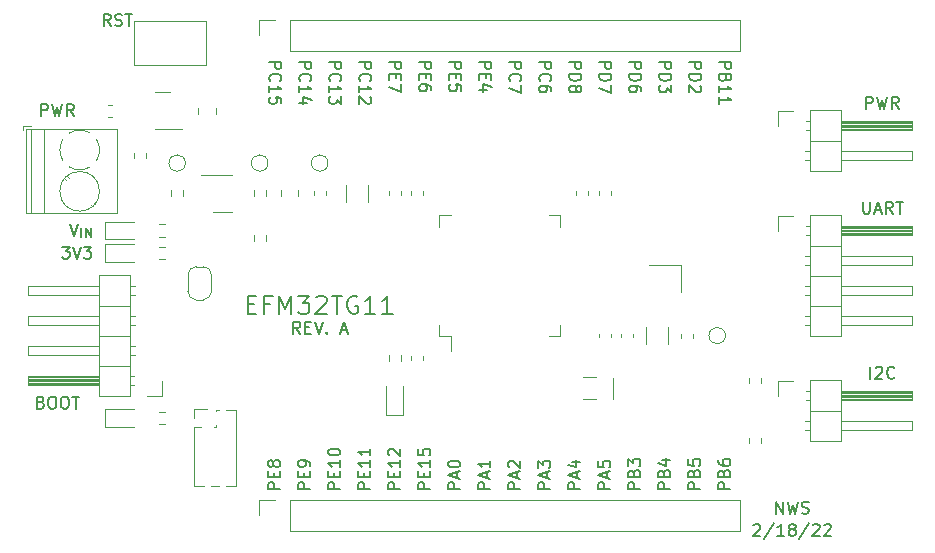
<source format=gbr>
%TF.GenerationSoftware,KiCad,Pcbnew,(6.0.2)*%
%TF.CreationDate,2022-02-18T18:14:02-05:00*%
%TF.ProjectId,EFM32TG11-Core,45464d33-3254-4473-9131-2d436f72652e,rev?*%
%TF.SameCoordinates,Original*%
%TF.FileFunction,Legend,Top*%
%TF.FilePolarity,Positive*%
%FSLAX46Y46*%
G04 Gerber Fmt 4.6, Leading zero omitted, Abs format (unit mm)*
G04 Created by KiCad (PCBNEW (6.0.2)) date 2022-02-18 18:14:02*
%MOMM*%
%LPD*%
G01*
G04 APERTURE LIST*
%ADD10C,0.152400*%
%ADD11C,0.203200*%
%ADD12C,0.120000*%
G04 APERTURE END LIST*
D10*
X123618292Y-97233619D02*
X123956959Y-98249619D01*
X124295625Y-97233619D01*
X124585911Y-98360895D02*
X124585911Y-97548095D01*
X124972959Y-98360895D02*
X124972959Y-97548095D01*
X125437416Y-98360895D01*
X125437416Y-97548095D01*
X121176142Y-112322428D02*
X121321285Y-112370809D01*
X121369666Y-112419190D01*
X121418047Y-112515952D01*
X121418047Y-112661095D01*
X121369666Y-112757857D01*
X121321285Y-112806238D01*
X121224523Y-112854619D01*
X120837476Y-112854619D01*
X120837476Y-111838619D01*
X121176142Y-111838619D01*
X121272904Y-111887000D01*
X121321285Y-111935380D01*
X121369666Y-112032142D01*
X121369666Y-112128904D01*
X121321285Y-112225666D01*
X121272904Y-112274047D01*
X121176142Y-112322428D01*
X120837476Y-112322428D01*
X122047000Y-111838619D02*
X122240523Y-111838619D01*
X122337285Y-111887000D01*
X122434047Y-111983761D01*
X122482428Y-112177285D01*
X122482428Y-112515952D01*
X122434047Y-112709476D01*
X122337285Y-112806238D01*
X122240523Y-112854619D01*
X122047000Y-112854619D01*
X121950238Y-112806238D01*
X121853476Y-112709476D01*
X121805095Y-112515952D01*
X121805095Y-112177285D01*
X121853476Y-111983761D01*
X121950238Y-111887000D01*
X122047000Y-111838619D01*
X123111380Y-111838619D02*
X123304904Y-111838619D01*
X123401666Y-111887000D01*
X123498428Y-111983761D01*
X123546809Y-112177285D01*
X123546809Y-112515952D01*
X123498428Y-112709476D01*
X123401666Y-112806238D01*
X123304904Y-112854619D01*
X123111380Y-112854619D01*
X123014619Y-112806238D01*
X122917857Y-112709476D01*
X122869476Y-112515952D01*
X122869476Y-112177285D01*
X122917857Y-111983761D01*
X123014619Y-111887000D01*
X123111380Y-111838619D01*
X123837095Y-111838619D02*
X124417666Y-111838619D01*
X124127380Y-112854619D02*
X124127380Y-111838619D01*
X163370380Y-83525964D02*
X164386380Y-83525964D01*
X164386380Y-83913012D01*
X164338000Y-84009774D01*
X164289619Y-84058155D01*
X164192857Y-84106536D01*
X164047714Y-84106536D01*
X163950952Y-84058155D01*
X163902571Y-84009774D01*
X163854190Y-83913012D01*
X163854190Y-83525964D01*
X163467142Y-85122536D02*
X163418761Y-85074155D01*
X163370380Y-84929012D01*
X163370380Y-84832250D01*
X163418761Y-84687107D01*
X163515523Y-84590345D01*
X163612285Y-84541964D01*
X163805809Y-84493583D01*
X163950952Y-84493583D01*
X164144476Y-84541964D01*
X164241238Y-84590345D01*
X164338000Y-84687107D01*
X164386380Y-84832250D01*
X164386380Y-84929012D01*
X164338000Y-85074155D01*
X164289619Y-85122536D01*
X164386380Y-85993393D02*
X164386380Y-85799869D01*
X164338000Y-85703107D01*
X164289619Y-85654726D01*
X164144476Y-85557964D01*
X163950952Y-85509583D01*
X163563904Y-85509583D01*
X163467142Y-85557964D01*
X163418761Y-85606345D01*
X163370380Y-85703107D01*
X163370380Y-85896631D01*
X163418761Y-85993393D01*
X163467142Y-86041774D01*
X163563904Y-86090155D01*
X163805809Y-86090155D01*
X163902571Y-86041774D01*
X163950952Y-85993393D01*
X163999333Y-85896631D01*
X163999333Y-85703107D01*
X163950952Y-85606345D01*
X163902571Y-85557964D01*
X163805809Y-85509583D01*
X191050333Y-87454619D02*
X191050333Y-86438619D01*
X191437380Y-86438619D01*
X191534142Y-86487000D01*
X191582523Y-86535380D01*
X191630904Y-86632142D01*
X191630904Y-86777285D01*
X191582523Y-86874047D01*
X191534142Y-86922428D01*
X191437380Y-86970809D01*
X191050333Y-86970809D01*
X191969571Y-86438619D02*
X192211476Y-87454619D01*
X192405000Y-86728904D01*
X192598523Y-87454619D01*
X192840428Y-86438619D01*
X193808047Y-87454619D02*
X193469380Y-86970809D01*
X193227476Y-87454619D02*
X193227476Y-86438619D01*
X193614523Y-86438619D01*
X193711285Y-86487000D01*
X193759666Y-86535380D01*
X193808047Y-86632142D01*
X193808047Y-86777285D01*
X193759666Y-86874047D01*
X193711285Y-86922428D01*
X193614523Y-86970809D01*
X193227476Y-86970809D01*
X153210380Y-83525964D02*
X154226380Y-83525964D01*
X154226380Y-83913012D01*
X154178000Y-84009774D01*
X154129619Y-84058155D01*
X154032857Y-84106536D01*
X153887714Y-84106536D01*
X153790952Y-84058155D01*
X153742571Y-84009774D01*
X153694190Y-83913012D01*
X153694190Y-83525964D01*
X153742571Y-84541964D02*
X153742571Y-84880631D01*
X153210380Y-85025774D02*
X153210380Y-84541964D01*
X154226380Y-84541964D01*
X154226380Y-85025774D01*
X154226380Y-85896631D02*
X154226380Y-85703107D01*
X154178000Y-85606345D01*
X154129619Y-85557964D01*
X153984476Y-85461202D01*
X153790952Y-85412821D01*
X153403904Y-85412821D01*
X153307142Y-85461202D01*
X153258761Y-85509583D01*
X153210380Y-85606345D01*
X153210380Y-85799869D01*
X153258761Y-85896631D01*
X153307142Y-85945012D01*
X153403904Y-85993393D01*
X153645809Y-85993393D01*
X153742571Y-85945012D01*
X153790952Y-85896631D01*
X153839333Y-85799869D01*
X153839333Y-85606345D01*
X153790952Y-85509583D01*
X153742571Y-85461202D01*
X153645809Y-85412821D01*
D11*
X138684000Y-104031142D02*
X139192000Y-104031142D01*
X139409714Y-104829428D02*
X138684000Y-104829428D01*
X138684000Y-103305428D01*
X139409714Y-103305428D01*
X140570857Y-104031142D02*
X140062857Y-104031142D01*
X140062857Y-104829428D02*
X140062857Y-103305428D01*
X140788571Y-103305428D01*
X141369142Y-104829428D02*
X141369142Y-103305428D01*
X141877142Y-104394000D01*
X142385142Y-103305428D01*
X142385142Y-104829428D01*
X142965714Y-103305428D02*
X143909142Y-103305428D01*
X143401142Y-103886000D01*
X143618857Y-103886000D01*
X143764000Y-103958571D01*
X143836571Y-104031142D01*
X143909142Y-104176285D01*
X143909142Y-104539142D01*
X143836571Y-104684285D01*
X143764000Y-104756857D01*
X143618857Y-104829428D01*
X143183428Y-104829428D01*
X143038285Y-104756857D01*
X142965714Y-104684285D01*
X144489714Y-103450571D02*
X144562285Y-103378000D01*
X144707428Y-103305428D01*
X145070285Y-103305428D01*
X145215428Y-103378000D01*
X145288000Y-103450571D01*
X145360571Y-103595714D01*
X145360571Y-103740857D01*
X145288000Y-103958571D01*
X144417142Y-104829428D01*
X145360571Y-104829428D01*
X145796000Y-103305428D02*
X146666857Y-103305428D01*
X146231428Y-104829428D02*
X146231428Y-103305428D01*
X147973142Y-103378000D02*
X147828000Y-103305428D01*
X147610285Y-103305428D01*
X147392571Y-103378000D01*
X147247428Y-103523142D01*
X147174857Y-103668285D01*
X147102285Y-103958571D01*
X147102285Y-104176285D01*
X147174857Y-104466571D01*
X147247428Y-104611714D01*
X147392571Y-104756857D01*
X147610285Y-104829428D01*
X147755428Y-104829428D01*
X147973142Y-104756857D01*
X148045714Y-104684285D01*
X148045714Y-104176285D01*
X147755428Y-104176285D01*
X149497142Y-104829428D02*
X148626285Y-104829428D01*
X149061714Y-104829428D02*
X149061714Y-103305428D01*
X148916571Y-103523142D01*
X148771428Y-103668285D01*
X148626285Y-103740857D01*
X150948571Y-104829428D02*
X150077714Y-104829428D01*
X150513142Y-104829428D02*
X150513142Y-103305428D01*
X150368000Y-103523142D01*
X150222857Y-103668285D01*
X150077714Y-103740857D01*
D10*
X176989619Y-119674035D02*
X175973619Y-119674035D01*
X175973619Y-119286987D01*
X176022000Y-119190225D01*
X176070380Y-119141844D01*
X176167142Y-119093463D01*
X176312285Y-119093463D01*
X176409047Y-119141844D01*
X176457428Y-119190225D01*
X176505809Y-119286987D01*
X176505809Y-119674035D01*
X176457428Y-118319368D02*
X176505809Y-118174225D01*
X176554190Y-118125844D01*
X176650952Y-118077463D01*
X176796095Y-118077463D01*
X176892857Y-118125844D01*
X176941238Y-118174225D01*
X176989619Y-118270987D01*
X176989619Y-118658035D01*
X175973619Y-118658035D01*
X175973619Y-118319368D01*
X176022000Y-118222606D01*
X176070380Y-118174225D01*
X176167142Y-118125844D01*
X176263904Y-118125844D01*
X176360666Y-118174225D01*
X176409047Y-118222606D01*
X176457428Y-118319368D01*
X176457428Y-118658035D01*
X175973619Y-117158225D02*
X175973619Y-117642035D01*
X176457428Y-117690416D01*
X176409047Y-117642035D01*
X176360666Y-117545273D01*
X176360666Y-117303368D01*
X176409047Y-117206606D01*
X176457428Y-117158225D01*
X176554190Y-117109844D01*
X176796095Y-117109844D01*
X176892857Y-117158225D01*
X176941238Y-117206606D01*
X176989619Y-117303368D01*
X176989619Y-117545273D01*
X176941238Y-117642035D01*
X176892857Y-117690416D01*
X140510380Y-83525964D02*
X141526380Y-83525964D01*
X141526380Y-83913012D01*
X141478000Y-84009774D01*
X141429619Y-84058155D01*
X141332857Y-84106536D01*
X141187714Y-84106536D01*
X141090952Y-84058155D01*
X141042571Y-84009774D01*
X140994190Y-83913012D01*
X140994190Y-83525964D01*
X140607142Y-85122536D02*
X140558761Y-85074155D01*
X140510380Y-84929012D01*
X140510380Y-84832250D01*
X140558761Y-84687107D01*
X140655523Y-84590345D01*
X140752285Y-84541964D01*
X140945809Y-84493583D01*
X141090952Y-84493583D01*
X141284476Y-84541964D01*
X141381238Y-84590345D01*
X141478000Y-84687107D01*
X141526380Y-84832250D01*
X141526380Y-84929012D01*
X141478000Y-85074155D01*
X141429619Y-85122536D01*
X140510380Y-86090155D02*
X140510380Y-85509583D01*
X140510380Y-85799869D02*
X141526380Y-85799869D01*
X141381238Y-85703107D01*
X141284476Y-85606345D01*
X141236095Y-85509583D01*
X141526380Y-87009393D02*
X141526380Y-86525583D01*
X141042571Y-86477202D01*
X141090952Y-86525583D01*
X141139333Y-86622345D01*
X141139333Y-86864250D01*
X141090952Y-86961012D01*
X141042571Y-87009393D01*
X140945809Y-87057774D01*
X140703904Y-87057774D01*
X140607142Y-87009393D01*
X140558761Y-86961012D01*
X140510380Y-86864250D01*
X140510380Y-86622345D01*
X140558761Y-86525583D01*
X140607142Y-86477202D01*
X176070380Y-83525964D02*
X177086380Y-83525964D01*
X177086380Y-83913012D01*
X177038000Y-84009774D01*
X176989619Y-84058155D01*
X176892857Y-84106536D01*
X176747714Y-84106536D01*
X176650952Y-84058155D01*
X176602571Y-84009774D01*
X176554190Y-83913012D01*
X176554190Y-83525964D01*
X176070380Y-84541964D02*
X177086380Y-84541964D01*
X177086380Y-84783869D01*
X177038000Y-84929012D01*
X176941238Y-85025774D01*
X176844476Y-85074155D01*
X176650952Y-85122536D01*
X176505809Y-85122536D01*
X176312285Y-85074155D01*
X176215523Y-85025774D01*
X176118761Y-84929012D01*
X176070380Y-84783869D01*
X176070380Y-84541964D01*
X176989619Y-85509583D02*
X177038000Y-85557964D01*
X177086380Y-85654726D01*
X177086380Y-85896631D01*
X177038000Y-85993393D01*
X176989619Y-86041774D01*
X176892857Y-86090155D01*
X176796095Y-86090155D01*
X176650952Y-86041774D01*
X176070380Y-85461202D01*
X176070380Y-86090155D01*
X161749619Y-119674035D02*
X160733619Y-119674035D01*
X160733619Y-119286987D01*
X160782000Y-119190225D01*
X160830380Y-119141844D01*
X160927142Y-119093463D01*
X161072285Y-119093463D01*
X161169047Y-119141844D01*
X161217428Y-119190225D01*
X161265809Y-119286987D01*
X161265809Y-119674035D01*
X161459333Y-118706416D02*
X161459333Y-118222606D01*
X161749619Y-118803178D02*
X160733619Y-118464511D01*
X161749619Y-118125844D01*
X160830380Y-117835559D02*
X160782000Y-117787178D01*
X160733619Y-117690416D01*
X160733619Y-117448511D01*
X160782000Y-117351749D01*
X160830380Y-117303368D01*
X160927142Y-117254987D01*
X161023904Y-117254987D01*
X161169047Y-117303368D01*
X161749619Y-117883940D01*
X161749619Y-117254987D01*
X155750380Y-83525964D02*
X156766380Y-83525964D01*
X156766380Y-83913012D01*
X156718000Y-84009774D01*
X156669619Y-84058155D01*
X156572857Y-84106536D01*
X156427714Y-84106536D01*
X156330952Y-84058155D01*
X156282571Y-84009774D01*
X156234190Y-83913012D01*
X156234190Y-83525964D01*
X156282571Y-84541964D02*
X156282571Y-84880631D01*
X155750380Y-85025774D02*
X155750380Y-84541964D01*
X156766380Y-84541964D01*
X156766380Y-85025774D01*
X156766380Y-85945012D02*
X156766380Y-85461202D01*
X156282571Y-85412821D01*
X156330952Y-85461202D01*
X156379333Y-85557964D01*
X156379333Y-85799869D01*
X156330952Y-85896631D01*
X156282571Y-85945012D01*
X156185809Y-85993393D01*
X155943904Y-85993393D01*
X155847142Y-85945012D01*
X155798761Y-85896631D01*
X155750380Y-85799869D01*
X155750380Y-85557964D01*
X155798761Y-85461202D01*
X155847142Y-85412821D01*
X174449619Y-119674035D02*
X173433619Y-119674035D01*
X173433619Y-119286987D01*
X173482000Y-119190225D01*
X173530380Y-119141844D01*
X173627142Y-119093463D01*
X173772285Y-119093463D01*
X173869047Y-119141844D01*
X173917428Y-119190225D01*
X173965809Y-119286987D01*
X173965809Y-119674035D01*
X173917428Y-118319368D02*
X173965809Y-118174225D01*
X174014190Y-118125844D01*
X174110952Y-118077463D01*
X174256095Y-118077463D01*
X174352857Y-118125844D01*
X174401238Y-118174225D01*
X174449619Y-118270987D01*
X174449619Y-118658035D01*
X173433619Y-118658035D01*
X173433619Y-118319368D01*
X173482000Y-118222606D01*
X173530380Y-118174225D01*
X173627142Y-118125844D01*
X173723904Y-118125844D01*
X173820666Y-118174225D01*
X173869047Y-118222606D01*
X173917428Y-118319368D01*
X173917428Y-118658035D01*
X173772285Y-117206606D02*
X174449619Y-117206606D01*
X173385238Y-117448511D02*
X174110952Y-117690416D01*
X174110952Y-117061463D01*
X164289619Y-119674035D02*
X163273619Y-119674035D01*
X163273619Y-119286987D01*
X163322000Y-119190225D01*
X163370380Y-119141844D01*
X163467142Y-119093463D01*
X163612285Y-119093463D01*
X163709047Y-119141844D01*
X163757428Y-119190225D01*
X163805809Y-119286987D01*
X163805809Y-119674035D01*
X163999333Y-118706416D02*
X163999333Y-118222606D01*
X164289619Y-118803178D02*
X163273619Y-118464511D01*
X164289619Y-118125844D01*
X163273619Y-117883940D02*
X163273619Y-117254987D01*
X163660666Y-117593654D01*
X163660666Y-117448511D01*
X163709047Y-117351749D01*
X163757428Y-117303368D01*
X163854190Y-117254987D01*
X164096095Y-117254987D01*
X164192857Y-117303368D01*
X164241238Y-117351749D01*
X164289619Y-117448511D01*
X164289619Y-117738797D01*
X164241238Y-117835559D01*
X164192857Y-117883940D01*
X151589619Y-119674035D02*
X150573619Y-119674035D01*
X150573619Y-119286987D01*
X150622000Y-119190225D01*
X150670380Y-119141844D01*
X150767142Y-119093463D01*
X150912285Y-119093463D01*
X151009047Y-119141844D01*
X151057428Y-119190225D01*
X151105809Y-119286987D01*
X151105809Y-119674035D01*
X151057428Y-118658035D02*
X151057428Y-118319368D01*
X151589619Y-118174225D02*
X151589619Y-118658035D01*
X150573619Y-118658035D01*
X150573619Y-118174225D01*
X151589619Y-117206606D02*
X151589619Y-117787178D01*
X151589619Y-117496892D02*
X150573619Y-117496892D01*
X150718761Y-117593654D01*
X150815523Y-117690416D01*
X150863904Y-117787178D01*
X150670380Y-116819559D02*
X150622000Y-116771178D01*
X150573619Y-116674416D01*
X150573619Y-116432511D01*
X150622000Y-116335749D01*
X150670380Y-116287368D01*
X150767142Y-116238987D01*
X150863904Y-116238987D01*
X151009047Y-116287368D01*
X151589619Y-116867940D01*
X151589619Y-116238987D01*
X171909619Y-119674035D02*
X170893619Y-119674035D01*
X170893619Y-119286987D01*
X170942000Y-119190225D01*
X170990380Y-119141844D01*
X171087142Y-119093463D01*
X171232285Y-119093463D01*
X171329047Y-119141844D01*
X171377428Y-119190225D01*
X171425809Y-119286987D01*
X171425809Y-119674035D01*
X171377428Y-118319368D02*
X171425809Y-118174225D01*
X171474190Y-118125844D01*
X171570952Y-118077463D01*
X171716095Y-118077463D01*
X171812857Y-118125844D01*
X171861238Y-118174225D01*
X171909619Y-118270987D01*
X171909619Y-118658035D01*
X170893619Y-118658035D01*
X170893619Y-118319368D01*
X170942000Y-118222606D01*
X170990380Y-118174225D01*
X171087142Y-118125844D01*
X171183904Y-118125844D01*
X171280666Y-118174225D01*
X171329047Y-118222606D01*
X171377428Y-118319368D01*
X171377428Y-118658035D01*
X170893619Y-117738797D02*
X170893619Y-117109844D01*
X171280666Y-117448511D01*
X171280666Y-117303368D01*
X171329047Y-117206606D01*
X171377428Y-117158225D01*
X171474190Y-117109844D01*
X171716095Y-117109844D01*
X171812857Y-117158225D01*
X171861238Y-117206606D01*
X171909619Y-117303368D01*
X171909619Y-117593654D01*
X171861238Y-117690416D01*
X171812857Y-117738797D01*
X160830380Y-83525964D02*
X161846380Y-83525964D01*
X161846380Y-83913012D01*
X161798000Y-84009774D01*
X161749619Y-84058155D01*
X161652857Y-84106536D01*
X161507714Y-84106536D01*
X161410952Y-84058155D01*
X161362571Y-84009774D01*
X161314190Y-83913012D01*
X161314190Y-83525964D01*
X160927142Y-85122536D02*
X160878761Y-85074155D01*
X160830380Y-84929012D01*
X160830380Y-84832250D01*
X160878761Y-84687107D01*
X160975523Y-84590345D01*
X161072285Y-84541964D01*
X161265809Y-84493583D01*
X161410952Y-84493583D01*
X161604476Y-84541964D01*
X161701238Y-84590345D01*
X161798000Y-84687107D01*
X161846380Y-84832250D01*
X161846380Y-84929012D01*
X161798000Y-85074155D01*
X161749619Y-85122536D01*
X161846380Y-85461202D02*
X161846380Y-86138536D01*
X160830380Y-85703107D01*
X170990380Y-83525964D02*
X172006380Y-83525964D01*
X172006380Y-83913012D01*
X171958000Y-84009774D01*
X171909619Y-84058155D01*
X171812857Y-84106536D01*
X171667714Y-84106536D01*
X171570952Y-84058155D01*
X171522571Y-84009774D01*
X171474190Y-83913012D01*
X171474190Y-83525964D01*
X170990380Y-84541964D02*
X172006380Y-84541964D01*
X172006380Y-84783869D01*
X171958000Y-84929012D01*
X171861238Y-85025774D01*
X171764476Y-85074155D01*
X171570952Y-85122536D01*
X171425809Y-85122536D01*
X171232285Y-85074155D01*
X171135523Y-85025774D01*
X171038761Y-84929012D01*
X170990380Y-84783869D01*
X170990380Y-84541964D01*
X172006380Y-85993393D02*
X172006380Y-85799869D01*
X171958000Y-85703107D01*
X171909619Y-85654726D01*
X171764476Y-85557964D01*
X171570952Y-85509583D01*
X171183904Y-85509583D01*
X171087142Y-85557964D01*
X171038761Y-85606345D01*
X170990380Y-85703107D01*
X170990380Y-85896631D01*
X171038761Y-85993393D01*
X171087142Y-86041774D01*
X171183904Y-86090155D01*
X171425809Y-86090155D01*
X171522571Y-86041774D01*
X171570952Y-85993393D01*
X171619333Y-85896631D01*
X171619333Y-85703107D01*
X171570952Y-85606345D01*
X171522571Y-85557964D01*
X171425809Y-85509583D01*
X143135047Y-106504619D02*
X142796380Y-106020809D01*
X142554476Y-106504619D02*
X142554476Y-105488619D01*
X142941523Y-105488619D01*
X143038285Y-105537000D01*
X143086666Y-105585380D01*
X143135047Y-105682142D01*
X143135047Y-105827285D01*
X143086666Y-105924047D01*
X143038285Y-105972428D01*
X142941523Y-106020809D01*
X142554476Y-106020809D01*
X143570476Y-105972428D02*
X143909142Y-105972428D01*
X144054285Y-106504619D02*
X143570476Y-106504619D01*
X143570476Y-105488619D01*
X144054285Y-105488619D01*
X144344571Y-105488619D02*
X144683238Y-106504619D01*
X145021904Y-105488619D01*
X145360571Y-106407857D02*
X145408952Y-106456238D01*
X145360571Y-106504619D01*
X145312190Y-106456238D01*
X145360571Y-106407857D01*
X145360571Y-106504619D01*
X146570095Y-106214333D02*
X147053904Y-106214333D01*
X146473333Y-106504619D02*
X146812000Y-105488619D01*
X147150666Y-106504619D01*
X127078619Y-80469619D02*
X126739952Y-79985809D01*
X126498047Y-80469619D02*
X126498047Y-79453619D01*
X126885095Y-79453619D01*
X126981857Y-79502000D01*
X127030238Y-79550380D01*
X127078619Y-79647142D01*
X127078619Y-79792285D01*
X127030238Y-79889047D01*
X126981857Y-79937428D01*
X126885095Y-79985809D01*
X126498047Y-79985809D01*
X127465666Y-80421238D02*
X127610809Y-80469619D01*
X127852714Y-80469619D01*
X127949476Y-80421238D01*
X127997857Y-80372857D01*
X128046238Y-80276095D01*
X128046238Y-80179333D01*
X127997857Y-80082571D01*
X127949476Y-80034190D01*
X127852714Y-79985809D01*
X127659190Y-79937428D01*
X127562428Y-79889047D01*
X127514047Y-79840666D01*
X127465666Y-79743904D01*
X127465666Y-79647142D01*
X127514047Y-79550380D01*
X127562428Y-79502000D01*
X127659190Y-79453619D01*
X127901095Y-79453619D01*
X128046238Y-79502000D01*
X128336523Y-79453619D02*
X128917095Y-79453619D01*
X128626809Y-80469619D02*
X128626809Y-79453619D01*
X183430333Y-121744619D02*
X183430333Y-120728619D01*
X184010904Y-121744619D01*
X184010904Y-120728619D01*
X184397952Y-120728619D02*
X184639857Y-121744619D01*
X184833380Y-121018904D01*
X185026904Y-121744619D01*
X185268809Y-120728619D01*
X185607476Y-121696238D02*
X185752619Y-121744619D01*
X185994523Y-121744619D01*
X186091285Y-121696238D01*
X186139666Y-121647857D01*
X186188047Y-121551095D01*
X186188047Y-121454333D01*
X186139666Y-121357571D01*
X186091285Y-121309190D01*
X185994523Y-121260809D01*
X185801000Y-121212428D01*
X185704238Y-121164047D01*
X185655857Y-121115666D01*
X185607476Y-121018904D01*
X185607476Y-120922142D01*
X185655857Y-120825380D01*
X185704238Y-120777000D01*
X185801000Y-120728619D01*
X186042904Y-120728619D01*
X186188047Y-120777000D01*
X150670380Y-83525964D02*
X151686380Y-83525964D01*
X151686380Y-83913012D01*
X151638000Y-84009774D01*
X151589619Y-84058155D01*
X151492857Y-84106536D01*
X151347714Y-84106536D01*
X151250952Y-84058155D01*
X151202571Y-84009774D01*
X151154190Y-83913012D01*
X151154190Y-83525964D01*
X151202571Y-84541964D02*
X151202571Y-84880631D01*
X150670380Y-85025774D02*
X150670380Y-84541964D01*
X151686380Y-84541964D01*
X151686380Y-85025774D01*
X151686380Y-85364440D02*
X151686380Y-86041774D01*
X150670380Y-85606345D01*
X165910380Y-83525964D02*
X166926380Y-83525964D01*
X166926380Y-83913012D01*
X166878000Y-84009774D01*
X166829619Y-84058155D01*
X166732857Y-84106536D01*
X166587714Y-84106536D01*
X166490952Y-84058155D01*
X166442571Y-84009774D01*
X166394190Y-83913012D01*
X166394190Y-83525964D01*
X165910380Y-84541964D02*
X166926380Y-84541964D01*
X166926380Y-84783869D01*
X166878000Y-84929012D01*
X166781238Y-85025774D01*
X166684476Y-85074155D01*
X166490952Y-85122536D01*
X166345809Y-85122536D01*
X166152285Y-85074155D01*
X166055523Y-85025774D01*
X165958761Y-84929012D01*
X165910380Y-84783869D01*
X165910380Y-84541964D01*
X166490952Y-85703107D02*
X166539333Y-85606345D01*
X166587714Y-85557964D01*
X166684476Y-85509583D01*
X166732857Y-85509583D01*
X166829619Y-85557964D01*
X166878000Y-85606345D01*
X166926380Y-85703107D01*
X166926380Y-85896631D01*
X166878000Y-85993393D01*
X166829619Y-86041774D01*
X166732857Y-86090155D01*
X166684476Y-86090155D01*
X166587714Y-86041774D01*
X166539333Y-85993393D01*
X166490952Y-85896631D01*
X166490952Y-85703107D01*
X166442571Y-85606345D01*
X166394190Y-85557964D01*
X166297428Y-85509583D01*
X166103904Y-85509583D01*
X166007142Y-85557964D01*
X165958761Y-85606345D01*
X165910380Y-85703107D01*
X165910380Y-85896631D01*
X165958761Y-85993393D01*
X166007142Y-86041774D01*
X166103904Y-86090155D01*
X166297428Y-86090155D01*
X166394190Y-86041774D01*
X166442571Y-85993393D01*
X166490952Y-85896631D01*
X169369619Y-119674035D02*
X168353619Y-119674035D01*
X168353619Y-119286987D01*
X168402000Y-119190225D01*
X168450380Y-119141844D01*
X168547142Y-119093463D01*
X168692285Y-119093463D01*
X168789047Y-119141844D01*
X168837428Y-119190225D01*
X168885809Y-119286987D01*
X168885809Y-119674035D01*
X169079333Y-118706416D02*
X169079333Y-118222606D01*
X169369619Y-118803178D02*
X168353619Y-118464511D01*
X169369619Y-118125844D01*
X168353619Y-117303368D02*
X168353619Y-117787178D01*
X168837428Y-117835559D01*
X168789047Y-117787178D01*
X168740666Y-117690416D01*
X168740666Y-117448511D01*
X168789047Y-117351749D01*
X168837428Y-117303368D01*
X168934190Y-117254987D01*
X169176095Y-117254987D01*
X169272857Y-117303368D01*
X169321238Y-117351749D01*
X169369619Y-117448511D01*
X169369619Y-117690416D01*
X169321238Y-117787178D01*
X169272857Y-117835559D01*
X158290380Y-83525964D02*
X159306380Y-83525964D01*
X159306380Y-83913012D01*
X159258000Y-84009774D01*
X159209619Y-84058155D01*
X159112857Y-84106536D01*
X158967714Y-84106536D01*
X158870952Y-84058155D01*
X158822571Y-84009774D01*
X158774190Y-83913012D01*
X158774190Y-83525964D01*
X158822571Y-84541964D02*
X158822571Y-84880631D01*
X158290380Y-85025774D02*
X158290380Y-84541964D01*
X159306380Y-84541964D01*
X159306380Y-85025774D01*
X158967714Y-85896631D02*
X158290380Y-85896631D01*
X159354761Y-85654726D02*
X158629047Y-85412821D01*
X158629047Y-86041774D01*
X166829619Y-119674035D02*
X165813619Y-119674035D01*
X165813619Y-119286987D01*
X165862000Y-119190225D01*
X165910380Y-119141844D01*
X166007142Y-119093463D01*
X166152285Y-119093463D01*
X166249047Y-119141844D01*
X166297428Y-119190225D01*
X166345809Y-119286987D01*
X166345809Y-119674035D01*
X166539333Y-118706416D02*
X166539333Y-118222606D01*
X166829619Y-118803178D02*
X165813619Y-118464511D01*
X166829619Y-118125844D01*
X166152285Y-117351749D02*
X166829619Y-117351749D01*
X165765238Y-117593654D02*
X166490952Y-117835559D01*
X166490952Y-117206606D01*
X121200333Y-88089619D02*
X121200333Y-87073619D01*
X121587380Y-87073619D01*
X121684142Y-87122000D01*
X121732523Y-87170380D01*
X121780904Y-87267142D01*
X121780904Y-87412285D01*
X121732523Y-87509047D01*
X121684142Y-87557428D01*
X121587380Y-87605809D01*
X121200333Y-87605809D01*
X122119571Y-87073619D02*
X122361476Y-88089619D01*
X122555000Y-87363904D01*
X122748523Y-88089619D01*
X122990428Y-87073619D01*
X123958047Y-88089619D02*
X123619380Y-87605809D01*
X123377476Y-88089619D02*
X123377476Y-87073619D01*
X123764523Y-87073619D01*
X123861285Y-87122000D01*
X123909666Y-87170380D01*
X123958047Y-87267142D01*
X123958047Y-87412285D01*
X123909666Y-87509047D01*
X123861285Y-87557428D01*
X123764523Y-87605809D01*
X123377476Y-87605809D01*
X146509619Y-119674035D02*
X145493619Y-119674035D01*
X145493619Y-119286987D01*
X145542000Y-119190225D01*
X145590380Y-119141844D01*
X145687142Y-119093463D01*
X145832285Y-119093463D01*
X145929047Y-119141844D01*
X145977428Y-119190225D01*
X146025809Y-119286987D01*
X146025809Y-119674035D01*
X145977428Y-118658035D02*
X145977428Y-118319368D01*
X146509619Y-118174225D02*
X146509619Y-118658035D01*
X145493619Y-118658035D01*
X145493619Y-118174225D01*
X146509619Y-117206606D02*
X146509619Y-117787178D01*
X146509619Y-117496892D02*
X145493619Y-117496892D01*
X145638761Y-117593654D01*
X145735523Y-117690416D01*
X145783904Y-117787178D01*
X145493619Y-116577654D02*
X145493619Y-116480892D01*
X145542000Y-116384130D01*
X145590380Y-116335749D01*
X145687142Y-116287368D01*
X145880666Y-116238987D01*
X146122571Y-116238987D01*
X146316095Y-116287368D01*
X146412857Y-116335749D01*
X146461238Y-116384130D01*
X146509619Y-116480892D01*
X146509619Y-116577654D01*
X146461238Y-116674416D01*
X146412857Y-116722797D01*
X146316095Y-116771178D01*
X146122571Y-116819559D01*
X145880666Y-116819559D01*
X145687142Y-116771178D01*
X145590380Y-116722797D01*
X145542000Y-116674416D01*
X145493619Y-116577654D01*
X143969619Y-119674035D02*
X142953619Y-119674035D01*
X142953619Y-119286987D01*
X143002000Y-119190225D01*
X143050380Y-119141844D01*
X143147142Y-119093463D01*
X143292285Y-119093463D01*
X143389047Y-119141844D01*
X143437428Y-119190225D01*
X143485809Y-119286987D01*
X143485809Y-119674035D01*
X143437428Y-118658035D02*
X143437428Y-118319368D01*
X143969619Y-118174225D02*
X143969619Y-118658035D01*
X142953619Y-118658035D01*
X142953619Y-118174225D01*
X143969619Y-117690416D02*
X143969619Y-117496892D01*
X143921238Y-117400130D01*
X143872857Y-117351749D01*
X143727714Y-117254987D01*
X143534190Y-117206606D01*
X143147142Y-117206606D01*
X143050380Y-117254987D01*
X143002000Y-117303368D01*
X142953619Y-117400130D01*
X142953619Y-117593654D01*
X143002000Y-117690416D01*
X143050380Y-117738797D01*
X143147142Y-117787178D01*
X143389047Y-117787178D01*
X143485809Y-117738797D01*
X143534190Y-117690416D01*
X143582571Y-117593654D01*
X143582571Y-117400130D01*
X143534190Y-117303368D01*
X143485809Y-117254987D01*
X143389047Y-117206606D01*
X191413190Y-110314619D02*
X191413190Y-109298619D01*
X191848619Y-109395380D02*
X191897000Y-109347000D01*
X191993761Y-109298619D01*
X192235666Y-109298619D01*
X192332428Y-109347000D01*
X192380809Y-109395380D01*
X192429190Y-109492142D01*
X192429190Y-109588904D01*
X192380809Y-109734047D01*
X191800238Y-110314619D01*
X192429190Y-110314619D01*
X193445190Y-110217857D02*
X193396809Y-110266238D01*
X193251666Y-110314619D01*
X193154904Y-110314619D01*
X193009761Y-110266238D01*
X192913000Y-110169476D01*
X192864619Y-110072714D01*
X192816238Y-109879190D01*
X192816238Y-109734047D01*
X192864619Y-109540523D01*
X192913000Y-109443761D01*
X193009761Y-109347000D01*
X193154904Y-109298619D01*
X193251666Y-109298619D01*
X193396809Y-109347000D01*
X193445190Y-109395380D01*
X149049619Y-119674035D02*
X148033619Y-119674035D01*
X148033619Y-119286987D01*
X148082000Y-119190225D01*
X148130380Y-119141844D01*
X148227142Y-119093463D01*
X148372285Y-119093463D01*
X148469047Y-119141844D01*
X148517428Y-119190225D01*
X148565809Y-119286987D01*
X148565809Y-119674035D01*
X148517428Y-118658035D02*
X148517428Y-118319368D01*
X149049619Y-118174225D02*
X149049619Y-118658035D01*
X148033619Y-118658035D01*
X148033619Y-118174225D01*
X149049619Y-117206606D02*
X149049619Y-117787178D01*
X149049619Y-117496892D02*
X148033619Y-117496892D01*
X148178761Y-117593654D01*
X148275523Y-117690416D01*
X148323904Y-117787178D01*
X149049619Y-116238987D02*
X149049619Y-116819559D01*
X149049619Y-116529273D02*
X148033619Y-116529273D01*
X148178761Y-116626035D01*
X148275523Y-116722797D01*
X148323904Y-116819559D01*
X148130380Y-83525964D02*
X149146380Y-83525964D01*
X149146380Y-83913012D01*
X149098000Y-84009774D01*
X149049619Y-84058155D01*
X148952857Y-84106536D01*
X148807714Y-84106536D01*
X148710952Y-84058155D01*
X148662571Y-84009774D01*
X148614190Y-83913012D01*
X148614190Y-83525964D01*
X148227142Y-85122536D02*
X148178761Y-85074155D01*
X148130380Y-84929012D01*
X148130380Y-84832250D01*
X148178761Y-84687107D01*
X148275523Y-84590345D01*
X148372285Y-84541964D01*
X148565809Y-84493583D01*
X148710952Y-84493583D01*
X148904476Y-84541964D01*
X149001238Y-84590345D01*
X149098000Y-84687107D01*
X149146380Y-84832250D01*
X149146380Y-84929012D01*
X149098000Y-85074155D01*
X149049619Y-85122536D01*
X148130380Y-86090155D02*
X148130380Y-85509583D01*
X148130380Y-85799869D02*
X149146380Y-85799869D01*
X149001238Y-85703107D01*
X148904476Y-85606345D01*
X148856095Y-85509583D01*
X149049619Y-86477202D02*
X149098000Y-86525583D01*
X149146380Y-86622345D01*
X149146380Y-86864250D01*
X149098000Y-86961012D01*
X149049619Y-87009393D01*
X148952857Y-87057774D01*
X148856095Y-87057774D01*
X148710952Y-87009393D01*
X148130380Y-86428821D01*
X148130380Y-87057774D01*
X154129619Y-119674035D02*
X153113619Y-119674035D01*
X153113619Y-119286987D01*
X153162000Y-119190225D01*
X153210380Y-119141844D01*
X153307142Y-119093463D01*
X153452285Y-119093463D01*
X153549047Y-119141844D01*
X153597428Y-119190225D01*
X153645809Y-119286987D01*
X153645809Y-119674035D01*
X153597428Y-118658035D02*
X153597428Y-118319368D01*
X154129619Y-118174225D02*
X154129619Y-118658035D01*
X153113619Y-118658035D01*
X153113619Y-118174225D01*
X154129619Y-117206606D02*
X154129619Y-117787178D01*
X154129619Y-117496892D02*
X153113619Y-117496892D01*
X153258761Y-117593654D01*
X153355523Y-117690416D01*
X153403904Y-117787178D01*
X153113619Y-116287368D02*
X153113619Y-116771178D01*
X153597428Y-116819559D01*
X153549047Y-116771178D01*
X153500666Y-116674416D01*
X153500666Y-116432511D01*
X153549047Y-116335749D01*
X153597428Y-116287368D01*
X153694190Y-116238987D01*
X153936095Y-116238987D01*
X154032857Y-116287368D01*
X154081238Y-116335749D01*
X154129619Y-116432511D01*
X154129619Y-116674416D01*
X154081238Y-116771178D01*
X154032857Y-116819559D01*
X122969987Y-99138619D02*
X123598940Y-99138619D01*
X123260273Y-99525666D01*
X123405416Y-99525666D01*
X123502178Y-99574047D01*
X123550559Y-99622428D01*
X123598940Y-99719190D01*
X123598940Y-99961095D01*
X123550559Y-100057857D01*
X123502178Y-100106238D01*
X123405416Y-100154619D01*
X123115130Y-100154619D01*
X123018368Y-100106238D01*
X122969987Y-100057857D01*
X123889225Y-99138619D02*
X124227892Y-100154619D01*
X124566559Y-99138619D01*
X124808463Y-99138619D02*
X125437416Y-99138619D01*
X125098749Y-99525666D01*
X125243892Y-99525666D01*
X125340654Y-99574047D01*
X125389035Y-99622428D01*
X125437416Y-99719190D01*
X125437416Y-99961095D01*
X125389035Y-100057857D01*
X125340654Y-100106238D01*
X125243892Y-100154619D01*
X124953606Y-100154619D01*
X124856844Y-100106238D01*
X124808463Y-100057857D01*
X143050380Y-83525964D02*
X144066380Y-83525964D01*
X144066380Y-83913012D01*
X144018000Y-84009774D01*
X143969619Y-84058155D01*
X143872857Y-84106536D01*
X143727714Y-84106536D01*
X143630952Y-84058155D01*
X143582571Y-84009774D01*
X143534190Y-83913012D01*
X143534190Y-83525964D01*
X143147142Y-85122536D02*
X143098761Y-85074155D01*
X143050380Y-84929012D01*
X143050380Y-84832250D01*
X143098761Y-84687107D01*
X143195523Y-84590345D01*
X143292285Y-84541964D01*
X143485809Y-84493583D01*
X143630952Y-84493583D01*
X143824476Y-84541964D01*
X143921238Y-84590345D01*
X144018000Y-84687107D01*
X144066380Y-84832250D01*
X144066380Y-84929012D01*
X144018000Y-85074155D01*
X143969619Y-85122536D01*
X143050380Y-86090155D02*
X143050380Y-85509583D01*
X143050380Y-85799869D02*
X144066380Y-85799869D01*
X143921238Y-85703107D01*
X143824476Y-85606345D01*
X143776095Y-85509583D01*
X143727714Y-86961012D02*
X143050380Y-86961012D01*
X144114761Y-86719107D02*
X143389047Y-86477202D01*
X143389047Y-87106155D01*
X168450380Y-83525964D02*
X169466380Y-83525964D01*
X169466380Y-83913012D01*
X169418000Y-84009774D01*
X169369619Y-84058155D01*
X169272857Y-84106536D01*
X169127714Y-84106536D01*
X169030952Y-84058155D01*
X168982571Y-84009774D01*
X168934190Y-83913012D01*
X168934190Y-83525964D01*
X168450380Y-84541964D02*
X169466380Y-84541964D01*
X169466380Y-84783869D01*
X169418000Y-84929012D01*
X169321238Y-85025774D01*
X169224476Y-85074155D01*
X169030952Y-85122536D01*
X168885809Y-85122536D01*
X168692285Y-85074155D01*
X168595523Y-85025774D01*
X168498761Y-84929012D01*
X168450380Y-84783869D01*
X168450380Y-84541964D01*
X169466380Y-85461202D02*
X169466380Y-86138536D01*
X168450380Y-85703107D01*
X145590380Y-83525964D02*
X146606380Y-83525964D01*
X146606380Y-83913012D01*
X146558000Y-84009774D01*
X146509619Y-84058155D01*
X146412857Y-84106536D01*
X146267714Y-84106536D01*
X146170952Y-84058155D01*
X146122571Y-84009774D01*
X146074190Y-83913012D01*
X146074190Y-83525964D01*
X145687142Y-85122536D02*
X145638761Y-85074155D01*
X145590380Y-84929012D01*
X145590380Y-84832250D01*
X145638761Y-84687107D01*
X145735523Y-84590345D01*
X145832285Y-84541964D01*
X146025809Y-84493583D01*
X146170952Y-84493583D01*
X146364476Y-84541964D01*
X146461238Y-84590345D01*
X146558000Y-84687107D01*
X146606380Y-84832250D01*
X146606380Y-84929012D01*
X146558000Y-85074155D01*
X146509619Y-85122536D01*
X145590380Y-86090155D02*
X145590380Y-85509583D01*
X145590380Y-85799869D02*
X146606380Y-85799869D01*
X146461238Y-85703107D01*
X146364476Y-85606345D01*
X146316095Y-85509583D01*
X146606380Y-86428821D02*
X146606380Y-87057774D01*
X146219333Y-86719107D01*
X146219333Y-86864250D01*
X146170952Y-86961012D01*
X146122571Y-87009393D01*
X146025809Y-87057774D01*
X145783904Y-87057774D01*
X145687142Y-87009393D01*
X145638761Y-86961012D01*
X145590380Y-86864250D01*
X145590380Y-86573964D01*
X145638761Y-86477202D01*
X145687142Y-86428821D01*
X178610380Y-83525964D02*
X179626380Y-83525964D01*
X179626380Y-83913012D01*
X179578000Y-84009774D01*
X179529619Y-84058155D01*
X179432857Y-84106536D01*
X179287714Y-84106536D01*
X179190952Y-84058155D01*
X179142571Y-84009774D01*
X179094190Y-83913012D01*
X179094190Y-83525964D01*
X179142571Y-84880631D02*
X179094190Y-85025774D01*
X179045809Y-85074155D01*
X178949047Y-85122536D01*
X178803904Y-85122536D01*
X178707142Y-85074155D01*
X178658761Y-85025774D01*
X178610380Y-84929012D01*
X178610380Y-84541964D01*
X179626380Y-84541964D01*
X179626380Y-84880631D01*
X179578000Y-84977393D01*
X179529619Y-85025774D01*
X179432857Y-85074155D01*
X179336095Y-85074155D01*
X179239333Y-85025774D01*
X179190952Y-84977393D01*
X179142571Y-84880631D01*
X179142571Y-84541964D01*
X178610380Y-86090155D02*
X178610380Y-85509583D01*
X178610380Y-85799869D02*
X179626380Y-85799869D01*
X179481238Y-85703107D01*
X179384476Y-85606345D01*
X179336095Y-85509583D01*
X178610380Y-87057774D02*
X178610380Y-86477202D01*
X178610380Y-86767488D02*
X179626380Y-86767488D01*
X179481238Y-86670726D01*
X179384476Y-86573964D01*
X179336095Y-86477202D01*
X141429619Y-119674035D02*
X140413619Y-119674035D01*
X140413619Y-119286987D01*
X140462000Y-119190225D01*
X140510380Y-119141844D01*
X140607142Y-119093463D01*
X140752285Y-119093463D01*
X140849047Y-119141844D01*
X140897428Y-119190225D01*
X140945809Y-119286987D01*
X140945809Y-119674035D01*
X140897428Y-118658035D02*
X140897428Y-118319368D01*
X141429619Y-118174225D02*
X141429619Y-118658035D01*
X140413619Y-118658035D01*
X140413619Y-118174225D01*
X140849047Y-117593654D02*
X140800666Y-117690416D01*
X140752285Y-117738797D01*
X140655523Y-117787178D01*
X140607142Y-117787178D01*
X140510380Y-117738797D01*
X140462000Y-117690416D01*
X140413619Y-117593654D01*
X140413619Y-117400130D01*
X140462000Y-117303368D01*
X140510380Y-117254987D01*
X140607142Y-117206606D01*
X140655523Y-117206606D01*
X140752285Y-117254987D01*
X140800666Y-117303368D01*
X140849047Y-117400130D01*
X140849047Y-117593654D01*
X140897428Y-117690416D01*
X140945809Y-117738797D01*
X141042571Y-117787178D01*
X141236095Y-117787178D01*
X141332857Y-117738797D01*
X141381238Y-117690416D01*
X141429619Y-117593654D01*
X141429619Y-117400130D01*
X141381238Y-117303368D01*
X141332857Y-117254987D01*
X141236095Y-117206606D01*
X141042571Y-117206606D01*
X140945809Y-117254987D01*
X140897428Y-117303368D01*
X140849047Y-117400130D01*
X173530380Y-83525964D02*
X174546380Y-83525964D01*
X174546380Y-83913012D01*
X174498000Y-84009774D01*
X174449619Y-84058155D01*
X174352857Y-84106536D01*
X174207714Y-84106536D01*
X174110952Y-84058155D01*
X174062571Y-84009774D01*
X174014190Y-83913012D01*
X174014190Y-83525964D01*
X173530380Y-84541964D02*
X174546380Y-84541964D01*
X174546380Y-84783869D01*
X174498000Y-84929012D01*
X174401238Y-85025774D01*
X174304476Y-85074155D01*
X174110952Y-85122536D01*
X173965809Y-85122536D01*
X173772285Y-85074155D01*
X173675523Y-85025774D01*
X173578761Y-84929012D01*
X173530380Y-84783869D01*
X173530380Y-84541964D01*
X174546380Y-85461202D02*
X174546380Y-86090155D01*
X174159333Y-85751488D01*
X174159333Y-85896631D01*
X174110952Y-85993393D01*
X174062571Y-86041774D01*
X173965809Y-86090155D01*
X173723904Y-86090155D01*
X173627142Y-86041774D01*
X173578761Y-85993393D01*
X173530380Y-85896631D01*
X173530380Y-85606345D01*
X173578761Y-85509583D01*
X173627142Y-85461202D01*
X179529619Y-119674035D02*
X178513619Y-119674035D01*
X178513619Y-119286987D01*
X178562000Y-119190225D01*
X178610380Y-119141844D01*
X178707142Y-119093463D01*
X178852285Y-119093463D01*
X178949047Y-119141844D01*
X178997428Y-119190225D01*
X179045809Y-119286987D01*
X179045809Y-119674035D01*
X178997428Y-118319368D02*
X179045809Y-118174225D01*
X179094190Y-118125844D01*
X179190952Y-118077463D01*
X179336095Y-118077463D01*
X179432857Y-118125844D01*
X179481238Y-118174225D01*
X179529619Y-118270987D01*
X179529619Y-118658035D01*
X178513619Y-118658035D01*
X178513619Y-118319368D01*
X178562000Y-118222606D01*
X178610380Y-118174225D01*
X178707142Y-118125844D01*
X178803904Y-118125844D01*
X178900666Y-118174225D01*
X178949047Y-118222606D01*
X178997428Y-118319368D01*
X178997428Y-118658035D01*
X178513619Y-117206606D02*
X178513619Y-117400130D01*
X178562000Y-117496892D01*
X178610380Y-117545273D01*
X178755523Y-117642035D01*
X178949047Y-117690416D01*
X179336095Y-117690416D01*
X179432857Y-117642035D01*
X179481238Y-117593654D01*
X179529619Y-117496892D01*
X179529619Y-117303368D01*
X179481238Y-117206606D01*
X179432857Y-117158225D01*
X179336095Y-117109844D01*
X179094190Y-117109844D01*
X178997428Y-117158225D01*
X178949047Y-117206606D01*
X178900666Y-117303368D01*
X178900666Y-117496892D01*
X178949047Y-117593654D01*
X178997428Y-117642035D01*
X179094190Y-117690416D01*
X190784238Y-95328619D02*
X190784238Y-96151095D01*
X190832619Y-96247857D01*
X190881000Y-96296238D01*
X190977761Y-96344619D01*
X191171285Y-96344619D01*
X191268047Y-96296238D01*
X191316428Y-96247857D01*
X191364809Y-96151095D01*
X191364809Y-95328619D01*
X191800238Y-96054333D02*
X192284047Y-96054333D01*
X191703476Y-96344619D02*
X192042142Y-95328619D01*
X192380809Y-96344619D01*
X193300047Y-96344619D02*
X192961380Y-95860809D01*
X192719476Y-96344619D02*
X192719476Y-95328619D01*
X193106523Y-95328619D01*
X193203285Y-95377000D01*
X193251666Y-95425380D01*
X193300047Y-95522142D01*
X193300047Y-95667285D01*
X193251666Y-95764047D01*
X193203285Y-95812428D01*
X193106523Y-95860809D01*
X192719476Y-95860809D01*
X193590333Y-95328619D02*
X194170904Y-95328619D01*
X193880619Y-96344619D02*
X193880619Y-95328619D01*
X181495095Y-122730380D02*
X181543476Y-122682000D01*
X181640238Y-122633619D01*
X181882142Y-122633619D01*
X181978904Y-122682000D01*
X182027285Y-122730380D01*
X182075666Y-122827142D01*
X182075666Y-122923904D01*
X182027285Y-123069047D01*
X181446714Y-123649619D01*
X182075666Y-123649619D01*
X183236809Y-122585238D02*
X182365952Y-123891523D01*
X184107666Y-123649619D02*
X183527095Y-123649619D01*
X183817380Y-123649619D02*
X183817380Y-122633619D01*
X183720619Y-122778761D01*
X183623857Y-122875523D01*
X183527095Y-122923904D01*
X184688238Y-123069047D02*
X184591476Y-123020666D01*
X184543095Y-122972285D01*
X184494714Y-122875523D01*
X184494714Y-122827142D01*
X184543095Y-122730380D01*
X184591476Y-122682000D01*
X184688238Y-122633619D01*
X184881761Y-122633619D01*
X184978523Y-122682000D01*
X185026904Y-122730380D01*
X185075285Y-122827142D01*
X185075285Y-122875523D01*
X185026904Y-122972285D01*
X184978523Y-123020666D01*
X184881761Y-123069047D01*
X184688238Y-123069047D01*
X184591476Y-123117428D01*
X184543095Y-123165809D01*
X184494714Y-123262571D01*
X184494714Y-123456095D01*
X184543095Y-123552857D01*
X184591476Y-123601238D01*
X184688238Y-123649619D01*
X184881761Y-123649619D01*
X184978523Y-123601238D01*
X185026904Y-123552857D01*
X185075285Y-123456095D01*
X185075285Y-123262571D01*
X185026904Y-123165809D01*
X184978523Y-123117428D01*
X184881761Y-123069047D01*
X186236428Y-122585238D02*
X185365571Y-123891523D01*
X186526714Y-122730380D02*
X186575095Y-122682000D01*
X186671857Y-122633619D01*
X186913761Y-122633619D01*
X187010523Y-122682000D01*
X187058904Y-122730380D01*
X187107285Y-122827142D01*
X187107285Y-122923904D01*
X187058904Y-123069047D01*
X186478333Y-123649619D01*
X187107285Y-123649619D01*
X187494333Y-122730380D02*
X187542714Y-122682000D01*
X187639476Y-122633619D01*
X187881380Y-122633619D01*
X187978142Y-122682000D01*
X188026523Y-122730380D01*
X188074904Y-122827142D01*
X188074904Y-122923904D01*
X188026523Y-123069047D01*
X187445952Y-123649619D01*
X188074904Y-123649619D01*
X156669619Y-119674035D02*
X155653619Y-119674035D01*
X155653619Y-119286987D01*
X155702000Y-119190225D01*
X155750380Y-119141844D01*
X155847142Y-119093463D01*
X155992285Y-119093463D01*
X156089047Y-119141844D01*
X156137428Y-119190225D01*
X156185809Y-119286987D01*
X156185809Y-119674035D01*
X156379333Y-118706416D02*
X156379333Y-118222606D01*
X156669619Y-118803178D02*
X155653619Y-118464511D01*
X156669619Y-118125844D01*
X155653619Y-117593654D02*
X155653619Y-117496892D01*
X155702000Y-117400130D01*
X155750380Y-117351749D01*
X155847142Y-117303368D01*
X156040666Y-117254987D01*
X156282571Y-117254987D01*
X156476095Y-117303368D01*
X156572857Y-117351749D01*
X156621238Y-117400130D01*
X156669619Y-117496892D01*
X156669619Y-117593654D01*
X156621238Y-117690416D01*
X156572857Y-117738797D01*
X156476095Y-117787178D01*
X156282571Y-117835559D01*
X156040666Y-117835559D01*
X155847142Y-117787178D01*
X155750380Y-117738797D01*
X155702000Y-117690416D01*
X155653619Y-117593654D01*
X159209619Y-119674035D02*
X158193619Y-119674035D01*
X158193619Y-119286987D01*
X158242000Y-119190225D01*
X158290380Y-119141844D01*
X158387142Y-119093463D01*
X158532285Y-119093463D01*
X158629047Y-119141844D01*
X158677428Y-119190225D01*
X158725809Y-119286987D01*
X158725809Y-119674035D01*
X158919333Y-118706416D02*
X158919333Y-118222606D01*
X159209619Y-118803178D02*
X158193619Y-118464511D01*
X159209619Y-118125844D01*
X159209619Y-117254987D02*
X159209619Y-117835559D01*
X159209619Y-117545273D02*
X158193619Y-117545273D01*
X158338761Y-117642035D01*
X158435523Y-117738797D01*
X158483904Y-117835559D01*
D12*
%TO.C,C9*%
X168400000Y-106539420D02*
X168400000Y-106820580D01*
X169420000Y-106539420D02*
X169420000Y-106820580D01*
%TO.C,J2*%
X188955000Y-89175000D02*
X194955000Y-89175000D01*
X183585000Y-87625000D02*
X184855000Y-87625000D01*
X186295000Y-92765000D02*
X188955000Y-92765000D01*
X188955000Y-88815000D02*
X194955000Y-88815000D01*
X188955000Y-89055000D02*
X194955000Y-89055000D01*
X194955000Y-89275000D02*
X188955000Y-89275000D01*
X194955000Y-88515000D02*
X194955000Y-89275000D01*
X188955000Y-88935000D02*
X194955000Y-88935000D01*
X194955000Y-91815000D02*
X188955000Y-91815000D01*
X185965000Y-89275000D02*
X186295000Y-89275000D01*
X188955000Y-88515000D02*
X194955000Y-88515000D01*
X188955000Y-87565000D02*
X186295000Y-87565000D01*
X188955000Y-88575000D02*
X194955000Y-88575000D01*
X188955000Y-91055000D02*
X194955000Y-91055000D01*
X186295000Y-90165000D02*
X188955000Y-90165000D01*
X185965000Y-88515000D02*
X186295000Y-88515000D01*
X188955000Y-88695000D02*
X194955000Y-88695000D01*
X183585000Y-88895000D02*
X183585000Y-87625000D01*
X185897929Y-91815000D02*
X186295000Y-91815000D01*
X194955000Y-91055000D02*
X194955000Y-91815000D01*
X188955000Y-92765000D02*
X188955000Y-87565000D01*
X185897929Y-91055000D02*
X186295000Y-91055000D01*
X186295000Y-87565000D02*
X186295000Y-92765000D01*
%TO.C,J1*%
X127620000Y-89150000D02*
X127620000Y-96270000D01*
X123519000Y-93315000D02*
X123391000Y-93186000D01*
X120360000Y-89150000D02*
X120360000Y-96270000D01*
X119660000Y-88910000D02*
X119660000Y-89310000D01*
X120300000Y-88910000D02*
X119660000Y-88910000D01*
X127620000Y-89150000D02*
X119900000Y-89150000D01*
X125529000Y-95735000D02*
X125401000Y-95606000D01*
X127620000Y-96270000D02*
X119900000Y-96270000D01*
X123279000Y-93485000D02*
X123186000Y-93391000D01*
X125735000Y-95530000D02*
X125641000Y-95436000D01*
X121460000Y-89150000D02*
X121460000Y-96270000D01*
X119900000Y-89150000D02*
X119900000Y-96270000D01*
X122780000Y-90960000D02*
G75*
G03*
X123035279Y-91850264I1679990J-3D01*
G01*
X125900001Y-91826000D02*
G75*
G03*
X125885358Y-90070106I-1439999J866000D01*
G01*
X123020000Y-90094000D02*
G75*
G03*
X122779901Y-90988674I1440014J-866003D01*
G01*
X125326000Y-89519999D02*
G75*
G03*
X123570106Y-89534642I-866000J-1439999D01*
G01*
X123569000Y-92385000D02*
G75*
G03*
X125350193Y-92385504I891000J1425003D01*
G01*
X126140000Y-94460000D02*
G75*
G03*
X126140000Y-94460000I-1680000J0D01*
G01*
%TO.C,FB1*%
X144270000Y-94777779D02*
X144270000Y-94452221D01*
X145290000Y-94777779D02*
X145290000Y-94452221D01*
%TO.C,TP3*%
X145480000Y-92075000D02*
G75*
G03*
X145480000Y-92075000I-700000J0D01*
G01*
%TO.C,R7*%
X131682258Y-114187500D02*
X131207742Y-114187500D01*
X131682258Y-113142500D02*
X131207742Y-113142500D01*
%TO.C,Y2*%
X175340000Y-103004000D02*
X175340000Y-100704000D01*
X175340000Y-100704000D02*
X172640000Y-100704000D01*
%TO.C,C10*%
X170305000Y-106539420D02*
X170305000Y-106820580D01*
X171325000Y-106539420D02*
X171325000Y-106820580D01*
%TO.C,D4*%
X150395000Y-110960000D02*
X150395000Y-113420000D01*
X150395000Y-113420000D02*
X151865000Y-113420000D01*
X151865000Y-113420000D02*
X151865000Y-110960000D01*
%TO.C,C1*%
X134520000Y-87368748D02*
X134520000Y-87891252D01*
X135990000Y-87368748D02*
X135990000Y-87891252D01*
%TO.C,C8*%
X172445000Y-105968748D02*
X172445000Y-107391252D01*
X174265000Y-105968748D02*
X174265000Y-107391252D01*
%TO.C,R5*%
X130062500Y-91202742D02*
X130062500Y-91677258D01*
X129017500Y-91202742D02*
X129017500Y-91677258D01*
%TO.C,R10*%
X182132500Y-110252742D02*
X182132500Y-110727258D01*
X181087500Y-110252742D02*
X181087500Y-110727258D01*
%TO.C,JP1*%
X134320000Y-100835000D02*
X134920000Y-100835000D01*
X133620000Y-102935000D02*
X133620000Y-101535000D01*
X134920000Y-103635000D02*
X134320000Y-103635000D01*
X135620000Y-101535000D02*
X135620000Y-102935000D01*
X134320000Y-100835000D02*
G75*
G03*
X133620000Y-101535000I-1J-699999D01*
G01*
X134920000Y-103635000D02*
G75*
G03*
X135620000Y-102935000I1J699999D01*
G01*
X133620000Y-102935000D02*
G75*
G03*
X134320000Y-103635000I699999J-1D01*
G01*
X135620000Y-101535000D02*
G75*
G03*
X134920000Y-100835000I-699999J1D01*
G01*
%TO.C,D2*%
X126610000Y-98960000D02*
X126610000Y-100430000D01*
X126610000Y-100430000D02*
X129070000Y-100430000D01*
X129070000Y-98960000D02*
X126610000Y-98960000D01*
%TO.C,J4*%
X188955000Y-111795000D02*
X194955000Y-111795000D01*
X185965000Y-112135000D02*
X186295000Y-112135000D01*
X188955000Y-112035000D02*
X194955000Y-112035000D01*
X185897929Y-113915000D02*
X186295000Y-113915000D01*
X194955000Y-112135000D02*
X188955000Y-112135000D01*
X194955000Y-111375000D02*
X194955000Y-112135000D01*
X186295000Y-113025000D02*
X188955000Y-113025000D01*
X188955000Y-111555000D02*
X194955000Y-111555000D01*
X188955000Y-111675000D02*
X194955000Y-111675000D01*
X185897929Y-114675000D02*
X186295000Y-114675000D01*
X188955000Y-111375000D02*
X194955000Y-111375000D01*
X194955000Y-113915000D02*
X194955000Y-114675000D01*
X194955000Y-114675000D02*
X188955000Y-114675000D01*
X188955000Y-113915000D02*
X194955000Y-113915000D01*
X183585000Y-110485000D02*
X184855000Y-110485000D01*
X188955000Y-111915000D02*
X194955000Y-111915000D01*
X188955000Y-115625000D02*
X188955000Y-110425000D01*
X186295000Y-110425000D02*
X186295000Y-115625000D01*
X186295000Y-115625000D02*
X188955000Y-115625000D01*
X188955000Y-110425000D02*
X186295000Y-110425000D01*
X185965000Y-111375000D02*
X186295000Y-111375000D01*
X183585000Y-111755000D02*
X183585000Y-110485000D01*
X188955000Y-111435000D02*
X194955000Y-111435000D01*
%TO.C,D3*%
X129070000Y-112930000D02*
X126610000Y-112930000D01*
X126610000Y-114400000D02*
X129070000Y-114400000D01*
X126610000Y-112930000D02*
X126610000Y-114400000D01*
%TO.C,R8*%
X151652500Y-108347742D02*
X151652500Y-108822258D01*
X150607500Y-108347742D02*
X150607500Y-108822258D01*
%TO.C,U2*%
X165130000Y-96490000D02*
X164180000Y-96490000D01*
X165130000Y-106710000D02*
X164180000Y-106710000D01*
X165130000Y-97440000D02*
X165130000Y-96490000D01*
X154910000Y-96490000D02*
X155860000Y-96490000D01*
X154910000Y-97440000D02*
X154910000Y-96490000D01*
X155860000Y-106710000D02*
X155860000Y-108000000D01*
X154910000Y-106710000D02*
X155860000Y-106710000D01*
X154910000Y-105760000D02*
X154910000Y-106710000D01*
X165130000Y-105760000D02*
X165130000Y-106710000D01*
%TO.C,R3*%
X140222500Y-94377742D02*
X140222500Y-94852258D01*
X139177500Y-94377742D02*
X139177500Y-94852258D01*
%TO.C,J7*%
X142240000Y-120565000D02*
X180400000Y-120565000D01*
X142240000Y-123225000D02*
X142240000Y-120565000D01*
X142240000Y-123225000D02*
X180400000Y-123225000D01*
X180400000Y-123225000D02*
X180400000Y-120565000D01*
X139640000Y-120565000D02*
X140970000Y-120565000D01*
X139640000Y-121895000D02*
X139640000Y-120565000D01*
%TO.C,U1*%
X136525000Y-96175000D02*
X137325000Y-96175000D01*
X136525000Y-93055000D02*
X134725000Y-93055000D01*
X136525000Y-93055000D02*
X137325000Y-93055000D01*
X136525000Y-96175000D02*
X135725000Y-96175000D01*
%TO.C,Y1*%
X168190000Y-110175000D02*
X167090000Y-110175000D01*
X168190000Y-112075000D02*
X167090000Y-112075000D01*
X169590000Y-112025000D02*
X169590000Y-110225000D01*
%TO.C,C7*%
X152525000Y-108444420D02*
X152525000Y-108725580D01*
X153545000Y-108444420D02*
X153545000Y-108725580D01*
%TO.C,TP4*%
X179135000Y-106680000D02*
G75*
G03*
X179135000Y-106680000I-700000J0D01*
G01*
%TO.C,J5*%
X126075000Y-110440000D02*
X120075000Y-110440000D01*
X120075000Y-107560000D02*
X126075000Y-107560000D01*
X126075000Y-110200000D02*
X120075000Y-110200000D01*
X128735000Y-104130000D02*
X126075000Y-104130000D01*
X126075000Y-110320000D02*
X120075000Y-110320000D01*
X120075000Y-103240000D02*
X120075000Y-102480000D01*
X129132071Y-103240000D02*
X128735000Y-103240000D01*
X129065000Y-110100000D02*
X128735000Y-110100000D01*
X131445000Y-111750000D02*
X130175000Y-111750000D01*
X126075000Y-110560000D02*
X120075000Y-110560000D01*
X129132071Y-105780000D02*
X128735000Y-105780000D01*
X126075000Y-110680000D02*
X120075000Y-110680000D01*
X126075000Y-108320000D02*
X120075000Y-108320000D01*
X120075000Y-105020000D02*
X126075000Y-105020000D01*
X126075000Y-105780000D02*
X120075000Y-105780000D01*
X126075000Y-103240000D02*
X120075000Y-103240000D01*
X126075000Y-110800000D02*
X120075000Y-110800000D01*
X120075000Y-102480000D02*
X126075000Y-102480000D01*
X120075000Y-110100000D02*
X126075000Y-110100000D01*
X126075000Y-101530000D02*
X126075000Y-111810000D01*
X129065000Y-110860000D02*
X128735000Y-110860000D01*
X129132071Y-108320000D02*
X128735000Y-108320000D01*
X128735000Y-109210000D02*
X126075000Y-109210000D01*
X120075000Y-110860000D02*
X120075000Y-110100000D01*
X120075000Y-108320000D02*
X120075000Y-107560000D01*
X120075000Y-105780000D02*
X120075000Y-105020000D01*
X128735000Y-111810000D02*
X128735000Y-101530000D01*
X129132071Y-102480000D02*
X128735000Y-102480000D01*
X129132071Y-105020000D02*
X128735000Y-105020000D01*
X126075000Y-110860000D02*
X120075000Y-110860000D01*
X128735000Y-106670000D02*
X126075000Y-106670000D01*
X129132071Y-107560000D02*
X128735000Y-107560000D01*
X131445000Y-110480000D02*
X131445000Y-111750000D01*
X128735000Y-101530000D02*
X126075000Y-101530000D01*
X126075000Y-111810000D02*
X128735000Y-111810000D01*
%TO.C,C3*%
X148865000Y-93903748D02*
X148865000Y-95326252D01*
X147045000Y-93903748D02*
X147045000Y-95326252D01*
%TO.C,C2*%
X141505000Y-94353748D02*
X141505000Y-94876252D01*
X142975000Y-94353748D02*
X142975000Y-94876252D01*
%TO.C,R2*%
X131682258Y-97267500D02*
X131207742Y-97267500D01*
X131682258Y-98312500D02*
X131207742Y-98312500D01*
%TO.C,J8*%
X142240000Y-82585000D02*
X180400000Y-82585000D01*
X139640000Y-79925000D02*
X140970000Y-79925000D01*
X142240000Y-79925000D02*
X180400000Y-79925000D01*
X142240000Y-82585000D02*
X142240000Y-79925000D01*
X139640000Y-81255000D02*
X139640000Y-79925000D01*
X180400000Y-82585000D02*
X180400000Y-79925000D01*
%TO.C,D1*%
X126610000Y-98525000D02*
X129070000Y-98525000D01*
X126610000Y-97055000D02*
X126610000Y-98525000D01*
X129070000Y-97055000D02*
X126610000Y-97055000D01*
%TO.C,TP2*%
X140400000Y-92075000D02*
G75*
G03*
X140400000Y-92075000I-700000J0D01*
G01*
%TO.C,TP1*%
X133415000Y-92075000D02*
G75*
G03*
X133415000Y-92075000I-700000J0D01*
G01*
%TO.C,J3*%
X185965000Y-97420000D02*
X186295000Y-97420000D01*
X186295000Y-99070000D02*
X188955000Y-99070000D01*
X188955000Y-106750000D02*
X188955000Y-96470000D01*
X194955000Y-103260000D02*
X188955000Y-103260000D01*
X183585000Y-96530000D02*
X184855000Y-96530000D01*
X194955000Y-99960000D02*
X194955000Y-100720000D01*
X185897929Y-105800000D02*
X186295000Y-105800000D01*
X194955000Y-98180000D02*
X188955000Y-98180000D01*
X185897929Y-102500000D02*
X186295000Y-102500000D01*
X194955000Y-100720000D02*
X188955000Y-100720000D01*
X186295000Y-101610000D02*
X188955000Y-101610000D01*
X188955000Y-97720000D02*
X194955000Y-97720000D01*
X183585000Y-97800000D02*
X183585000Y-96530000D01*
X188955000Y-98080000D02*
X194955000Y-98080000D01*
X185965000Y-98180000D02*
X186295000Y-98180000D01*
X188955000Y-96470000D02*
X186295000Y-96470000D01*
X186295000Y-96470000D02*
X186295000Y-106750000D01*
X188955000Y-99960000D02*
X194955000Y-99960000D01*
X188955000Y-97960000D02*
X194955000Y-97960000D01*
X186295000Y-104150000D02*
X188955000Y-104150000D01*
X185897929Y-103260000D02*
X186295000Y-103260000D01*
X194955000Y-102500000D02*
X194955000Y-103260000D01*
X185897929Y-105040000D02*
X186295000Y-105040000D01*
X188955000Y-97480000D02*
X194955000Y-97480000D01*
X188955000Y-97840000D02*
X194955000Y-97840000D01*
X188955000Y-105040000D02*
X194955000Y-105040000D01*
X188955000Y-102500000D02*
X194955000Y-102500000D01*
X185897929Y-99960000D02*
X186295000Y-99960000D01*
X185897929Y-100720000D02*
X186295000Y-100720000D01*
X194955000Y-105040000D02*
X194955000Y-105800000D01*
X194955000Y-97420000D02*
X194955000Y-98180000D01*
X186295000Y-106750000D02*
X188955000Y-106750000D01*
X188955000Y-97600000D02*
X194955000Y-97600000D01*
X188955000Y-97420000D02*
X194955000Y-97420000D01*
X194955000Y-105800000D02*
X188955000Y-105800000D01*
%TO.C,C4*%
X169420000Y-94755580D02*
X169420000Y-94474420D01*
X168400000Y-94755580D02*
X168400000Y-94474420D01*
%TO.C,C5*%
X151640000Y-94755580D02*
X151640000Y-94474420D01*
X150620000Y-94755580D02*
X150620000Y-94474420D01*
%TO.C,FB2*%
X175385000Y-106842779D02*
X175385000Y-106517221D01*
X176405000Y-106842779D02*
X176405000Y-106517221D01*
%TO.C,Q1*%
X131445000Y-89190000D02*
X133120000Y-89190000D01*
X131445000Y-86070000D02*
X132095000Y-86070000D01*
X131445000Y-86070000D02*
X130795000Y-86070000D01*
X131445000Y-89190000D02*
X130795000Y-89190000D01*
%TO.C,C11*%
X152525000Y-94755580D02*
X152525000Y-94474420D01*
X153545000Y-94755580D02*
X153545000Y-94474420D01*
%TO.C,C6*%
X167515000Y-94755580D02*
X167515000Y-94474420D01*
X166495000Y-94755580D02*
X166495000Y-94474420D01*
%TO.C,R9*%
X182132500Y-115807258D02*
X182132500Y-115332742D01*
X181087500Y-115807258D02*
X181087500Y-115332742D01*
%TO.C,R6*%
X140222500Y-98187742D02*
X140222500Y-98662258D01*
X139177500Y-98187742D02*
X139177500Y-98662258D01*
%TO.C,SW1*%
X135140000Y-80065000D02*
X135140000Y-83765000D01*
X129020000Y-80065000D02*
X135140000Y-80065000D01*
X135140000Y-83765000D02*
X129020000Y-83765000D01*
X129020000Y-83765000D02*
X129020000Y-80065000D01*
%TO.C,R1*%
X133237500Y-94377742D02*
X133237500Y-94852258D01*
X132192500Y-94377742D02*
X132192500Y-94852258D01*
%TO.C,J6*%
X134135000Y-119430000D02*
X134957470Y-119430000D01*
X134135000Y-114415000D02*
X134135000Y-119430000D01*
X134135000Y-113655000D02*
X134135000Y-112895000D01*
X136842530Y-112960000D02*
X137665000Y-112960000D01*
X135828471Y-114415000D02*
X135971529Y-114415000D01*
X134135000Y-112895000D02*
X135265000Y-112895000D01*
X136025000Y-112960000D02*
X136227470Y-112960000D01*
X136025000Y-114361529D02*
X136025000Y-114218471D01*
X137665000Y-112960000D02*
X137665000Y-119430000D01*
X135572530Y-119430000D02*
X136227470Y-119430000D01*
X136842530Y-119430000D02*
X137665000Y-119430000D01*
X134135000Y-114415000D02*
X134701529Y-114415000D01*
X136025000Y-113091529D02*
X136025000Y-112960000D01*
%TO.C,F1*%
X126837221Y-88140000D02*
X127162779Y-88140000D01*
X126837221Y-87120000D02*
X127162779Y-87120000D01*
%TO.C,R4*%
X131682258Y-100217500D02*
X131207742Y-100217500D01*
X131682258Y-99172500D02*
X131207742Y-99172500D01*
%TD*%
M02*

</source>
